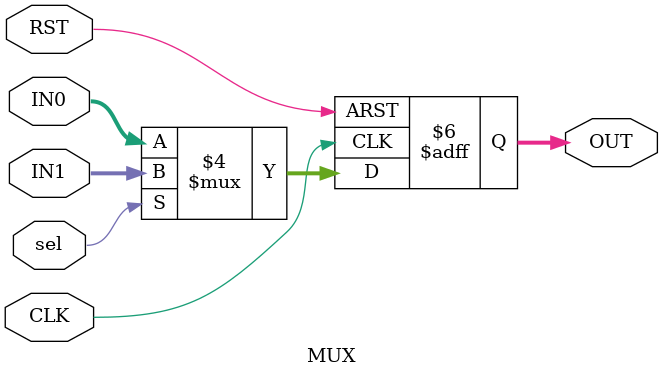
<source format=v>


module MUX #(parameter output_width = 8)(
    
	input   wire                       CLK,RST,
    input   wire  [output_width-1:0]   IN1,
	input   wire  [output_width-1:0]   IN0,
	input   wire                       sel,
	output  reg   [output_width-1:0]   OUT
	
    );
    
    always @(posedge CLK or negedge RST)
	    begin 
		    if (!RST)
		        begin 
				    OUT <= 'b0;
				end 
			else
                begin 
                    if (sel)
					    begin 
						    OUT <= IN1;
						end 
					else 
                        begin 
                            OUT <= IN0;
                        end 						
                end 				
		end 



endmodule 
</source>
